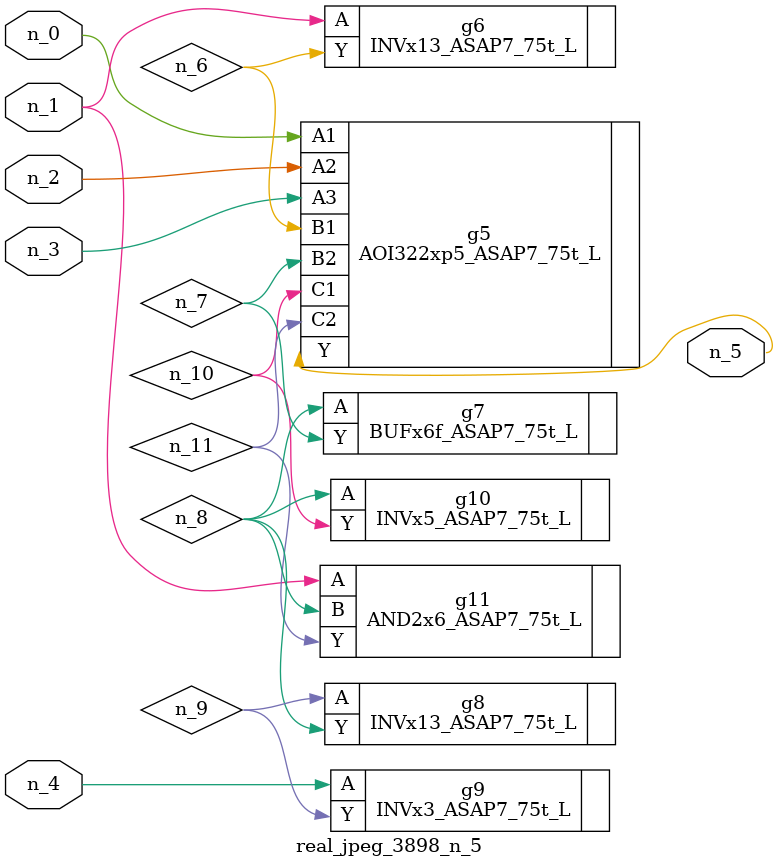
<source format=v>
module real_jpeg_3898_n_5 (n_4, n_0, n_1, n_2, n_3, n_5);

input n_4;
input n_0;
input n_1;
input n_2;
input n_3;

output n_5;

wire n_8;
wire n_11;
wire n_6;
wire n_7;
wire n_10;
wire n_9;

AOI322xp5_ASAP7_75t_L g5 ( 
.A1(n_0),
.A2(n_2),
.A3(n_3),
.B1(n_6),
.B2(n_7),
.C1(n_10),
.C2(n_11),
.Y(n_5)
);

INVx13_ASAP7_75t_L g6 ( 
.A(n_1),
.Y(n_6)
);

AND2x6_ASAP7_75t_L g11 ( 
.A(n_1),
.B(n_8),
.Y(n_11)
);

INVx3_ASAP7_75t_L g9 ( 
.A(n_4),
.Y(n_9)
);

BUFx6f_ASAP7_75t_L g7 ( 
.A(n_8),
.Y(n_7)
);

INVx5_ASAP7_75t_L g10 ( 
.A(n_8),
.Y(n_10)
);

INVx13_ASAP7_75t_L g8 ( 
.A(n_9),
.Y(n_8)
);


endmodule
</source>
